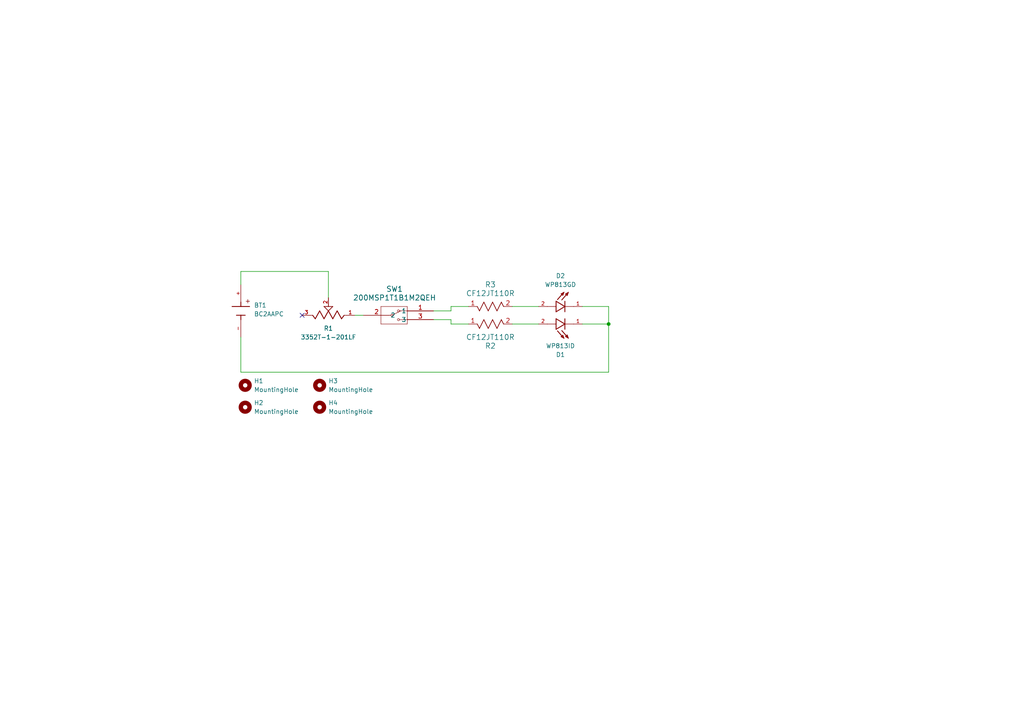
<source format=kicad_sch>
(kicad_sch (version 20230121) (generator eeschema)
  (paper "A4")
  (lib_symbols
    (symbol "parts:200MSP1T1B1M2QEH" (pin_names (offset 0.254))
      (property "Reference" "SW" (at 10.16 9.144 0))
      (property "Value" "200MSP1T1B1M2QEH" (at 10.16 5.08 0))
      (symbol "200MSP1T1B1M2QEH_0_1"
        (polyline (pts (xy 7.62 -5.08) (xy 12.7 -5.08)) (stroke (width 0.127)))
        (polyline (pts (xy 7.62 2.54) (xy 7.62 -5.08)) (stroke (width 0.127)))
        (polyline (pts (xy 8.89 2.794) (xy 8.89 0.254)) (stroke (width 0.127)))
        (polyline (pts (xy 10.16 -2.54) (xy 10.16 -3.048)) (stroke (width 0.127)))
        (polyline (pts (xy 10.16 -2.54) (xy 10.16 -2.2098)) (stroke (width 0.127)))
        (polyline (pts (xy 10.16 -1.905) (xy 8.89 0.635)) (stroke (width 0.127)))
        (polyline (pts (xy 11.43 0.254) (xy 11.43 2.794)) (stroke (width 0.127)))
        (polyline (pts (xy 12.7 -5.08) (xy 12.7 2.54)) (stroke (width 0.127)))
        (polyline (pts (xy 12.7 2.54) (xy 7.62 2.54)) (stroke (width 0.127)))
        (circle (center 8.89 0) (radius 0.3048) (stroke (width 0.127)))
        (circle (center 10.16 -1.905) (radius 0.3048) (stroke (width 0.127)))
        (circle (center 11.43 0) (radius 0.3048) (stroke (width 0.127)))
      )
      (symbol "200MSP1T1B1M2QEH_1_1"
        (pin passive line (at 8.89 10.16 270) (length 7.62) (name "1") (number "1"))
        (pin passive line (at 10.16 -10.16 90) (length 7.62) (name "2") (number "2"))
        (pin passive line (at 11.43 10.16 270) (length 7.62) (name "3") (number "3"))
      )
    )
    (symbol "parts:3352T-1-501LF" (pin_names (offset 1.016))
      (property "Reference" "R" (at -5.08 5.08 0))
      (property "Value" "3352T-1-501LF" (at -5.08 2.54 0))
      (symbol "3352T-1-501LF_0_0"
        (polyline (pts (xy -5.08 0) (xy -4.572 0)) (stroke (width 0.1524)))
        (polyline (pts (xy -4.572 0) (xy -3.81 1.016)) (stroke (width 0.254)))
        (polyline (pts (xy -3.81 1.016) (xy -2.54 -1.27)) (stroke (width 0.254)))
        (polyline (pts (xy -2.54 -1.27) (xy -1.27 1.016)) (stroke (width 0.254)))
        (polyline (pts (xy -1.27 -2.54) (xy 0 -1.27)) (stroke (width 0.2032)))
        (polyline (pts (xy -1.27 1.016) (xy 0 -1.27)) (stroke (width 0.254)))
        (polyline (pts (xy 0 -1.27) (xy 1.27 -2.54)) (stroke (width 0.2032)))
        (polyline (pts (xy 0 -1.27) (xy 1.27 1.016)) (stroke (width 0.254)))
        (polyline (pts (xy 1.27 -2.54) (xy -1.27 -2.54)) (stroke (width 0.2032)))
        (polyline (pts (xy 1.27 1.016) (xy 2.54 -1.27)) (stroke (width 0.254)))
        (polyline (pts (xy 2.54 -1.27) (xy 3.81 1.016)) (stroke (width 0.254)))
        (polyline (pts (xy 3.81 1.016) (xy 4.572 0)) (stroke (width 0.254)))
        (polyline (pts (xy 4.572 0) (xy 5.08 0)) (stroke (width 0.1524)))
        (pin passive line (at -7.62 0 0) (length 2.54) (name "~") (number "1"))
        (pin passive line (at 0 -5.08 90) (length 2.54) (name "~") (number "2"))
        (pin passive line (at 7.62 0 180) (length 2.54) (name "~") (number "3"))
      )
    )
    (symbol "parts:BC2AAPC" (pin_names (offset 1.016))
      (property "Reference" "BT" (at -6.35 2.54 0))
      (property "Value" "BC2AAPC" (at -3.81 -5.08 0))
      (symbol "BC2AAPC_0_0"
        (polyline (pts (xy -3.302 2.032) (xy -2.286 2.032)) (stroke (width 0.1524)))
        (polyline (pts (xy -2.794 2.54) (xy -2.794 1.524)) (stroke (width 0.1524)))
        (polyline (pts (xy -2.54 0) (xy -1.27 0)) (stroke (width 0.254)))
        (polyline (pts (xy -1.27 0) (xy -1.27 -2.54)) (stroke (width 0.254)))
        (polyline (pts (xy -1.27 2.54) (xy -1.27 0)) (stroke (width 0.254)))
        (polyline (pts (xy 1.27 0) (xy 1.27 -1.27)) (stroke (width 0.254)))
        (polyline (pts (xy 1.27 0) (xy 2.54 0)) (stroke (width 0.254)))
        (polyline (pts (xy 1.27 1.27) (xy 1.27 0)) (stroke (width 0.254)))
        (pin passive line (at -7.62 0 0) (length 5.08) (name "~") (number "+"))
        (pin passive line (at 7.62 0 180) (length 5.08) (name "~") (number "-"))
      )
    )
    (symbol "parts:CF12JT220R" (pin_names (offset 0.254))
      (property "Reference" "R" (at 5.715 3.81 0))
      (property "Value" "CF12JT220R" (at 6.35 -3.81 0))
      (symbol "CF12JT220R_1_1"
        (polyline (pts (xy 2.54 0) (xy 3.175 1.27)) (stroke (width 0.2032)))
        (polyline (pts (xy 3.175 1.27) (xy 4.445 -1.27)) (stroke (width 0.2032)))
        (polyline (pts (xy 4.445 -1.27) (xy 5.715 1.27)) (stroke (width 0.2032)))
        (polyline (pts (xy 5.715 1.27) (xy 6.985 -1.27)) (stroke (width 0.2032)))
        (polyline (pts (xy 6.985 -1.27) (xy 8.255 1.27)) (stroke (width 0.2032)))
        (polyline (pts (xy 8.255 1.27) (xy 9.525 -1.27)) (stroke (width 0.2032)))
        (polyline (pts (xy 9.525 -1.27) (xy 10.16 0)) (stroke (width 0.2032)))
        (pin passive line (at 0 0 0) (length 2.54) (name "") (number "1"))
        (pin passive line (at 12.7 0 180) (length 2.54) (name "") (number "2"))
      )
      (symbol "CF12JT220R_1_2"
        (polyline (pts (xy -1.27 3.175) (xy 1.27 4.445)) (stroke (width 0.2032)))
        (polyline (pts (xy -1.27 5.715) (xy 1.27 6.985)) (stroke (width 0.2032)))
        (polyline (pts (xy -1.27 8.255) (xy 1.27 9.525)) (stroke (width 0.2032)))
        (polyline (pts (xy 0 2.54) (xy -1.27 3.175)) (stroke (width 0.2032)))
        (polyline (pts (xy 1.27 4.445) (xy -1.27 5.715)) (stroke (width 0.2032)))
        (polyline (pts (xy 1.27 6.985) (xy -1.27 8.255)) (stroke (width 0.2032)))
        (polyline (pts (xy 1.27 9.525) (xy 0 10.16)) (stroke (width 0.2032)))
        (pin unspecified line (at 0 12.7 270) (length 2.54) (name "") (number "1"))
        (pin unspecified line (at 0 0 90) (length 2.54) (name "") (number "2"))
      )
    )
    (symbol "parts:MountingHole" (pin_names (offset 1.016))
      (property "Reference" "H1" (at 2.54 1.27 0))
      (property "Value" "MountingHole" (at 2.54 -1.27 0))
      (symbol "MountingHole_0_1"
        (circle (center 0 0) (radius 1.27) (stroke (width 1.27)))
      )
    )
    (symbol "parts:WP813GD" (pin_names (offset 1.016))
      (property "Reference" "D" (at -3.0988 4.4958 0))
      (property "Value" "WP813GD" (at -3.556 -3.302 0))
      (symbol "WP813GD_0_0"
        (polyline (pts (xy -2.54 -1.524) (xy 0 0)) (stroke (width 0.254)))
        (polyline (pts (xy -2.54 0) (xy -5.08 0)) (stroke (width 0.1524)))
        (polyline (pts (xy -2.54 0) (xy -2.54 -1.524)) (stroke (width 0.254)))
        (polyline (pts (xy -2.54 1.524) (xy -2.54 0)) (stroke (width 0.254)))
        (polyline (pts (xy -0.3556 4.0386) (xy -2.1336 2.0066)) (stroke (width 0.254)))
        (polyline (pts (xy 0 0) (xy -2.54 1.524)) (stroke (width 0.254)))
        (polyline (pts (xy 0 0) (xy 0 -1.524)) (stroke (width 0.254)))
        (polyline (pts (xy 0 1.524) (xy 0 0)) (stroke (width 0.254)))
        (polyline (pts (xy 0.889 3.937) (xy -0.889 1.905)) (stroke (width 0.254)))
        (polyline (pts (xy 2.54 0) (xy 0 0)) (stroke (width 0.1524)))
        (polyline (pts (xy -1.143 3.683) (xy -0.5715 3.175) (xy -0.1905 4.191) (xy -1.143 3.683)) (stroke (width 0.1524)) (fill (type outline)))
        (polyline (pts (xy 0.127 3.6195) (xy 0.6985 3.1115) (xy 1.0795 4.191) (xy 0.127 3.6195)) (stroke (width 0.1524)) (fill (type outline)))
        (pin passive line (at 5.08 0 180) (length 2.54) (name "~") (number "1"))
        (pin passive line (at -7.62 0 0) (length 2.54) (name "~") (number "2"))
      )
    )
  )
  (junction (at 176.53 93.98))
  (no_connect (at 87.63 91.44))
  (wire (pts (xy 135.89 88.9) (xy 130.81 88.9)))
  (wire (pts (xy 168.91 93.98) (xy 176.53 93.98)))
  (wire (pts (xy 176.53 88.9) (xy 176.53 93.98)))
  (wire (pts (xy 148.59 93.98) (xy 156.21 93.98)))
  (wire (pts (xy 168.91 88.9) (xy 176.53 88.9)))
  (wire (pts (xy 95.25 78.74) (xy 95.25 86.36)))
  (wire (pts (xy 69.85 107.95) (xy 176.53 107.95)))
  (wire (pts (xy 130.81 93.98) (xy 135.89 93.98)))
  (wire (pts (xy 130.81 92.71) (xy 130.81 93.98)))
  (wire (pts (xy 125.73 90.17) (xy 130.81 90.17)))
  (wire (pts (xy 69.85 97.79) (xy 69.85 107.95)))
  (wire (pts (xy 69.85 78.74) (xy 95.25 78.74)))
  (wire (pts (xy 176.53 93.98) (xy 176.53 107.95)))
  (wire (pts (xy 69.85 82.55) (xy 69.85 78.74)))
  (wire (pts (xy 125.73 92.71) (xy 130.81 92.71)))
  (wire (pts (xy 148.59 88.9) (xy 156.21 88.9)))
  (wire (pts (xy 130.81 88.9) (xy 130.81 90.17)))
  (wire (pts (xy 105.41 91.44) (xy 102.87 91.44)))
  (symbol (lib_id "parts:BC2AAPC") (at 69.85 90.17 270) (unit 1)
    (property "Reference" "BT1" (at 73.66 88.5444 90) (effects (justify left)))
    (property "Value" "BC2AAPC" (at 73.66 91.0844 90) (effects (justify left)))
    (property "Footprint" "parts:BAT_BC2AAPC" (effects hide))
    (property "PARTREV" "M" (effects hide))
    (property "STANDARD" "Manufacturer Recommendations" (effects hide))
    (property "MAXIMUM_PACKAGE_HEIGHT" "15.00mm" (effects hide))
    (property "MANUFACTURER" "MPD" (effects hide))
  )
  (symbol (lib_id "parts:MountingHole") (at 71.12 118.11 0) (unit 1)
    (property "Reference" "H2" (at 73.66 116.84 0) (effects (justify left)))
    (property "Value" "MountingHole" (at 73.66 119.38 0) (effects (justify left)))
    (property "Footprint" "parts:MountingHole_5mm" (effects hide))
  )
  (symbol (lib_id "parts:WP813GD") (at 163.83 93.98 0) (mirror x) (unit 1)
    (property "Reference" "D1" (at 162.56 102.87 0))
    (property "Value" "WP813ID" (at 162.56 100.33 0))
    (property "Footprint" "parts:LEDRD254W57D1100H1450" (effects hide))
    (property "PARTREV" "V.9B" (effects hide))
    (property "STANDARD" "IPC 7351B" (effects hide))
    (property "SNAPEDA_PACKAGE_ID" "41838" (effects hide))
    (property "MAXIMUM_PACKAGE_HEIGHT" "14.5 mm" (effects hide))
    (property "MANUFACTURER" "Kingbright" (effects hide))
  )
  (symbol (lib_id "parts:MountingHole") (at 92.71 118.11 0) (unit 1)
    (property "Reference" "H4" (at 95.25 116.84 0) (effects (justify left)))
    (property "Value" "MountingHole" (at 95.25 119.38 0) (effects (justify left)))
    (property "Footprint" "parts:MountingHole_5mm" (effects hide))
  )
  (symbol (lib_id "parts:MountingHole") (at 71.12 111.76 0) (unit 1)
    (property "Reference" "H1" (at 73.66 110.49 0) (effects (justify left)))
    (property "Value" "MountingHole" (at 73.66 113.03 0) (effects (justify left)))
    (property "Footprint" "parts:MountingHole_5mm" (effects hide))
  )
  (symbol (lib_id "parts:MountingHole") (at 92.71 111.76 0) (unit 1)
    (property "Reference" "H3" (at 95.25 110.49 0) (effects (justify left)))
    (property "Value" "MountingHole" (at 95.25 113.03 0) (effects (justify left)))
    (property "Footprint" "parts:MountingHole_5mm" (effects hide))
  )
  (symbol (lib_id "parts:CF12JT220R") (at 135.89 93.98 0) (mirror x) (unit 1)
    (property "Reference" "R2" (at 142.24 100.33 0) (effects (font (size 1.524 1.524))))
    (property "Value" "CF12JT110R" (at 142.24 97.79 0) (effects (font (size 1.524 1.524))))
    (property "Footprint" "parts:STA_CF12_STP" (effects hide))
    (property "Datasheet" "CF12JT220R" (effects hide))
  )
  (symbol (lib_id "parts:200MSP1T1B1M2QEH") (at 115.57 81.28 270) (unit 1)
    (property "Reference" "SW1" (at 114.427 83.82 90) (effects (font (size 1.524 1.524))))
    (property "Value" "200MSP1T1B1M2QEH" (at 114.427 86.36 90) (effects (font (size 1.524 1.524))))
    (property "Footprint" "parts:200MSP1T1B1M2QEH_EWI" (effects hide))
    (property "Datasheet" "200MSP1T1B1M2QEH" (effects hide))
  )
  (symbol (lib_id "parts:3352T-1-501LF") (at 95.25 91.44 180) (unit 1)
    (property "Reference" "R1" (at 95.25 95.25 0))
    (property "Value" "3352T-1-201LF" (at 95.25 97.79 0))
    (property "Footprint" "parts:TRIM_3352T-1-501LF" (effects hide))
    (property "PARTREV" "08/19" (effects hide))
    (property "STANDARD" "IPC 2221B" (effects hide))
    (property "MAXIMUM_PACKAGE_HEIGHT" "4.32mm" (effects hide))
    (property "MANUFACTURER" "Bourns" (effects hide))
  )
  (symbol (lib_id "parts:CF12JT220R") (at 135.89 88.9 0) (mirror x) (unit 1)
    (property "Reference" "R3" (at 142.24 82.55 0) (effects (font (size 1.524 1.524))))
    (property "Value" "CF12JT110R" (at 142.24 85.09 0) (effects (font (size 1.524 1.524))))
    (property "Footprint" "parts:STA_CF12_STP" (effects hide))
    (property "Datasheet" "CF12JT220R" (effects hide))
  )
  (symbol (lib_id "parts:WP813GD") (at 163.83 88.9 0) (unit 1)
    (property "Reference" "D2" (at 162.56 80.01 0))
    (property "Value" "WP813GD" (at 162.56 82.55 0))
    (property "Footprint" "parts:LEDRD254W57D1100H1450" (effects hide))
    (property "PARTREV" "V.9B" (effects hide))
    (property "STANDARD" "IPC 7351B" (effects hide))
    (property "SNAPEDA_PACKAGE_ID" "41838" (effects hide))
    (property "MAXIMUM_PACKAGE_HEIGHT" "14.5 mm" (effects hide))
    (property "MANUFACTURER" "Kingbright" (effects hide))
  )
)
</source>
